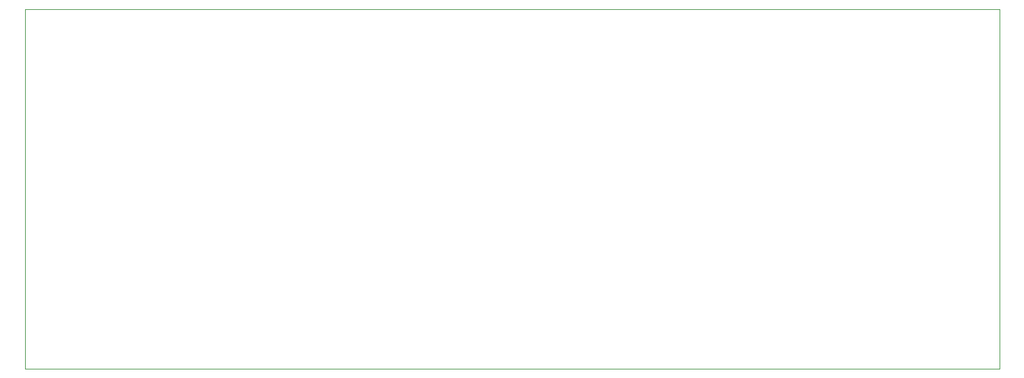
<source format=gbr>
G04 #@! TF.GenerationSoftware,KiCad,Pcbnew,(5.99.0-9973-gfb99c55869)*
G04 #@! TF.CreationDate,2022-03-18T17:34:01-07:00*
G04 #@! TF.ProjectId,v1,76312e6b-6963-4616-945f-706362585858,rev?*
G04 #@! TF.SameCoordinates,Original*
G04 #@! TF.FileFunction,Profile,NP*
%FSLAX46Y46*%
G04 Gerber Fmt 4.6, Leading zero omitted, Abs format (unit mm)*
G04 Created by KiCad (PCBNEW (5.99.0-9973-gfb99c55869)) date 2022-03-18 17:34:01*
%MOMM*%
%LPD*%
G01*
G04 APERTURE LIST*
G04 #@! TA.AperFunction,Profile*
%ADD10C,0.100000*%
G04 #@! TD*
G04 APERTURE END LIST*
D10*
X80772000Y-98044000D02*
X205740000Y-98044000D01*
X205740000Y-98044000D02*
X205740000Y-144272000D01*
X205740000Y-144272000D02*
X80772000Y-144272000D01*
X80772000Y-144272000D02*
X80772000Y-98044000D01*
M02*

</source>
